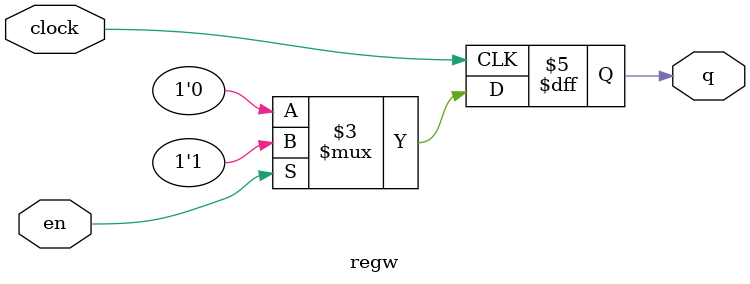
<source format=v>
module regw (clock, en, q);
	input clock;
	input en;
	output q;
	
	reg q;
	always @ (posedge clock)
		if (en)
			q <= 1'b1;
		else
			q <= 1'b0;

endmodule
</source>
